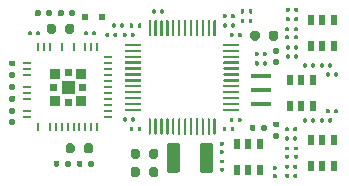
<source format=gbr>
%TF.GenerationSoftware,KiCad,Pcbnew,(5.1.6)-1*%
%TF.CreationDate,2020-12-28T23:38:13-08:00*%
%TF.ProjectId,SinESC-Multi,53696e45-5343-42d4-9d75-6c74692e6b69,2.3C*%
%TF.SameCoordinates,Original*%
%TF.FileFunction,Paste,Top*%
%TF.FilePolarity,Positive*%
%FSLAX46Y46*%
G04 Gerber Fmt 4.6, Leading zero omitted, Abs format (unit mm)*
G04 Created by KiCad (PCBNEW (5.1.6)-1) date 2020-12-28 23:38:13*
%MOMM*%
%LPD*%
G01*
G04 APERTURE LIST*
%ADD10C,0.100000*%
%ADD11R,0.498000X0.598000*%
%ADD12R,0.548000X0.958000*%
%ADD13R,0.660000X0.152000*%
%ADD14R,0.152000X0.660000*%
%ADD15R,1.798000X0.298000*%
G04 APERTURE END LIST*
D10*
%TO.C,U4*%
G36*
X20750000Y-22750000D02*
G01*
X20750000Y-23500000D01*
X20000000Y-23500000D01*
X20000000Y-22750000D01*
X20750000Y-22750000D01*
G37*
X20750000Y-22750000D02*
X20750000Y-23500000D01*
X20000000Y-23500000D01*
X20000000Y-22750000D01*
X20750000Y-22750000D01*
G36*
X20750000Y-20500000D02*
G01*
X20750000Y-21250000D01*
X20000000Y-21250000D01*
X20000000Y-20500000D01*
X20750000Y-20500000D01*
G37*
X20750000Y-20500000D02*
X20750000Y-21250000D01*
X20000000Y-21250000D01*
X20000000Y-20500000D01*
X20750000Y-20500000D01*
G36*
X23000000Y-22750000D02*
G01*
X23000000Y-23500000D01*
X22250000Y-23500000D01*
X22250000Y-22750000D01*
X23000000Y-22750000D01*
G37*
X23000000Y-22750000D02*
X23000000Y-23500000D01*
X22250000Y-23500000D01*
X22250000Y-22750000D01*
X23000000Y-22750000D01*
G36*
X23000000Y-20500000D02*
G01*
X23000000Y-21250000D01*
X22250000Y-21250000D01*
X22250000Y-20500000D01*
X23000000Y-20500000D01*
G37*
X23000000Y-20500000D02*
X23000000Y-21250000D01*
X22250000Y-21250000D01*
X22250000Y-20500000D01*
X23000000Y-20500000D01*
G36*
X22000000Y-21500000D02*
G01*
X22000000Y-22500000D01*
X21000000Y-22500000D01*
X21000000Y-21500000D01*
X22000000Y-21500000D01*
G37*
X22000000Y-21500000D02*
X22000000Y-22500000D01*
X21000000Y-22500000D01*
X21000000Y-21500000D01*
X22000000Y-21500000D01*
G36*
X21750000Y-23000000D02*
G01*
X21750000Y-23500000D01*
X21250000Y-23500000D01*
X21250000Y-23000000D01*
X21750000Y-23000000D01*
G37*
X21750000Y-23000000D02*
X21750000Y-23500000D01*
X21250000Y-23500000D01*
X21250000Y-23000000D01*
X21750000Y-23000000D01*
G36*
X21750000Y-20500000D02*
G01*
X21750000Y-21000000D01*
X21250000Y-21000000D01*
X21250000Y-20500000D01*
X21750000Y-20500000D01*
G37*
X21750000Y-20500000D02*
X21750000Y-21000000D01*
X21250000Y-21000000D01*
X21250000Y-20500000D01*
X21750000Y-20500000D01*
G36*
X20500000Y-21750000D02*
G01*
X20500000Y-22250000D01*
X20000000Y-22250000D01*
X20000000Y-21750000D01*
X20500000Y-21750000D01*
G37*
X20500000Y-21750000D02*
X20500000Y-22250000D01*
X20000000Y-22250000D01*
X20000000Y-21750000D01*
X20500000Y-21750000D01*
G36*
X23000000Y-21750000D02*
G01*
X23000000Y-22250000D01*
X22500000Y-22250000D01*
X22500000Y-21750000D01*
X23000000Y-21750000D01*
G37*
X23000000Y-21750000D02*
X23000000Y-22250000D01*
X22500000Y-22250000D01*
X22500000Y-21750000D01*
X23000000Y-21750000D01*
%TD*%
%TO.C,R24*%
G36*
G01*
X39150500Y-29014000D02*
X38949500Y-29014000D01*
G75*
G02*
X38870000Y-28934500I0J79500D01*
G01*
X38870000Y-28775500D01*
G75*
G02*
X38949500Y-28696000I79500J0D01*
G01*
X39150500Y-28696000D01*
G75*
G02*
X39230000Y-28775500I0J-79500D01*
G01*
X39230000Y-28934500D01*
G75*
G02*
X39150500Y-29014000I-79500J0D01*
G01*
G37*
G36*
G01*
X39150500Y-29704000D02*
X38949500Y-29704000D01*
G75*
G02*
X38870000Y-29624500I0J79500D01*
G01*
X38870000Y-29465500D01*
G75*
G02*
X38949500Y-29386000I79500J0D01*
G01*
X39150500Y-29386000D01*
G75*
G02*
X39230000Y-29465500I0J-79500D01*
G01*
X39230000Y-29624500D01*
G75*
G02*
X39150500Y-29704000I-79500J0D01*
G01*
G37*
%TD*%
%TO.C,L1*%
G36*
G01*
X31024000Y-26955600D02*
X31024000Y-29044400D01*
G75*
G02*
X30794400Y-29274000I-229600J0D01*
G01*
X30105600Y-29274000D01*
G75*
G02*
X29876000Y-29044400I0J229600D01*
G01*
X29876000Y-26955600D01*
G75*
G02*
X30105600Y-26726000I229600J0D01*
G01*
X30794400Y-26726000D01*
G75*
G02*
X31024000Y-26955600I0J-229600D01*
G01*
G37*
G36*
G01*
X33824000Y-26955600D02*
X33824000Y-29044400D01*
G75*
G02*
X33594400Y-29274000I-229600J0D01*
G01*
X32905600Y-29274000D01*
G75*
G02*
X32676000Y-29044400I0J229600D01*
G01*
X32676000Y-26955600D01*
G75*
G02*
X32905600Y-26726000I229600J0D01*
G01*
X33594400Y-26726000D01*
G75*
G02*
X33824000Y-26955600I0J-229600D01*
G01*
G37*
%TD*%
%TO.C,U1*%
G36*
G01*
X34049000Y-24713000D02*
X34049000Y-25987000D01*
G75*
G02*
X33999500Y-26036500I-49500J0D01*
G01*
X33900500Y-26036500D01*
G75*
G02*
X33851000Y-25987000I0J49500D01*
G01*
X33851000Y-24713000D01*
G75*
G02*
X33900500Y-24663500I49500J0D01*
G01*
X33999500Y-24663500D01*
G75*
G02*
X34049000Y-24713000I0J-49500D01*
G01*
G37*
G36*
G01*
X33549000Y-24713000D02*
X33549000Y-25987000D01*
G75*
G02*
X33499500Y-26036500I-49500J0D01*
G01*
X33400500Y-26036500D01*
G75*
G02*
X33351000Y-25987000I0J49500D01*
G01*
X33351000Y-24713000D01*
G75*
G02*
X33400500Y-24663500I49500J0D01*
G01*
X33499500Y-24663500D01*
G75*
G02*
X33549000Y-24713000I0J-49500D01*
G01*
G37*
G36*
G01*
X33049000Y-24713000D02*
X33049000Y-25987000D01*
G75*
G02*
X32999500Y-26036500I-49500J0D01*
G01*
X32900500Y-26036500D01*
G75*
G02*
X32851000Y-25987000I0J49500D01*
G01*
X32851000Y-24713000D01*
G75*
G02*
X32900500Y-24663500I49500J0D01*
G01*
X32999500Y-24663500D01*
G75*
G02*
X33049000Y-24713000I0J-49500D01*
G01*
G37*
G36*
G01*
X32549000Y-24713000D02*
X32549000Y-25987000D01*
G75*
G02*
X32499500Y-26036500I-49500J0D01*
G01*
X32400500Y-26036500D01*
G75*
G02*
X32351000Y-25987000I0J49500D01*
G01*
X32351000Y-24713000D01*
G75*
G02*
X32400500Y-24663500I49500J0D01*
G01*
X32499500Y-24663500D01*
G75*
G02*
X32549000Y-24713000I0J-49500D01*
G01*
G37*
G36*
G01*
X32049000Y-24713000D02*
X32049000Y-25987000D01*
G75*
G02*
X31999500Y-26036500I-49500J0D01*
G01*
X31900500Y-26036500D01*
G75*
G02*
X31851000Y-25987000I0J49500D01*
G01*
X31851000Y-24713000D01*
G75*
G02*
X31900500Y-24663500I49500J0D01*
G01*
X31999500Y-24663500D01*
G75*
G02*
X32049000Y-24713000I0J-49500D01*
G01*
G37*
G36*
G01*
X31549000Y-24713000D02*
X31549000Y-25987000D01*
G75*
G02*
X31499500Y-26036500I-49500J0D01*
G01*
X31400500Y-26036500D01*
G75*
G02*
X31351000Y-25987000I0J49500D01*
G01*
X31351000Y-24713000D01*
G75*
G02*
X31400500Y-24663500I49500J0D01*
G01*
X31499500Y-24663500D01*
G75*
G02*
X31549000Y-24713000I0J-49500D01*
G01*
G37*
G36*
G01*
X31049000Y-24713000D02*
X31049000Y-25987000D01*
G75*
G02*
X30999500Y-26036500I-49500J0D01*
G01*
X30900500Y-26036500D01*
G75*
G02*
X30851000Y-25987000I0J49500D01*
G01*
X30851000Y-24713000D01*
G75*
G02*
X30900500Y-24663500I49500J0D01*
G01*
X30999500Y-24663500D01*
G75*
G02*
X31049000Y-24713000I0J-49500D01*
G01*
G37*
G36*
G01*
X30549000Y-24713000D02*
X30549000Y-25987000D01*
G75*
G02*
X30499500Y-26036500I-49500J0D01*
G01*
X30400500Y-26036500D01*
G75*
G02*
X30351000Y-25987000I0J49500D01*
G01*
X30351000Y-24713000D01*
G75*
G02*
X30400500Y-24663500I49500J0D01*
G01*
X30499500Y-24663500D01*
G75*
G02*
X30549000Y-24713000I0J-49500D01*
G01*
G37*
G36*
G01*
X30049000Y-24713000D02*
X30049000Y-25987000D01*
G75*
G02*
X29999500Y-26036500I-49500J0D01*
G01*
X29900500Y-26036500D01*
G75*
G02*
X29851000Y-25987000I0J49500D01*
G01*
X29851000Y-24713000D01*
G75*
G02*
X29900500Y-24663500I49500J0D01*
G01*
X29999500Y-24663500D01*
G75*
G02*
X30049000Y-24713000I0J-49500D01*
G01*
G37*
G36*
G01*
X29549000Y-24713000D02*
X29549000Y-25987000D01*
G75*
G02*
X29499500Y-26036500I-49500J0D01*
G01*
X29400500Y-26036500D01*
G75*
G02*
X29351000Y-25987000I0J49500D01*
G01*
X29351000Y-24713000D01*
G75*
G02*
X29400500Y-24663500I49500J0D01*
G01*
X29499500Y-24663500D01*
G75*
G02*
X29549000Y-24713000I0J-49500D01*
G01*
G37*
G36*
G01*
X29049000Y-24713000D02*
X29049000Y-25987000D01*
G75*
G02*
X28999500Y-26036500I-49500J0D01*
G01*
X28900500Y-26036500D01*
G75*
G02*
X28851000Y-25987000I0J49500D01*
G01*
X28851000Y-24713000D01*
G75*
G02*
X28900500Y-24663500I49500J0D01*
G01*
X28999500Y-24663500D01*
G75*
G02*
X29049000Y-24713000I0J-49500D01*
G01*
G37*
G36*
G01*
X28549000Y-24713000D02*
X28549000Y-25987000D01*
G75*
G02*
X28499500Y-26036500I-49500J0D01*
G01*
X28400500Y-26036500D01*
G75*
G02*
X28351000Y-25987000I0J49500D01*
G01*
X28351000Y-24713000D01*
G75*
G02*
X28400500Y-24663500I49500J0D01*
G01*
X28499500Y-24663500D01*
G75*
G02*
X28549000Y-24713000I0J-49500D01*
G01*
G37*
G36*
G01*
X27724000Y-23888000D02*
X27724000Y-23987000D01*
G75*
G02*
X27674500Y-24036500I-49500J0D01*
G01*
X26400500Y-24036500D01*
G75*
G02*
X26351000Y-23987000I0J49500D01*
G01*
X26351000Y-23888000D01*
G75*
G02*
X26400500Y-23838500I49500J0D01*
G01*
X27674500Y-23838500D01*
G75*
G02*
X27724000Y-23888000I0J-49500D01*
G01*
G37*
G36*
G01*
X27724000Y-23388000D02*
X27724000Y-23487000D01*
G75*
G02*
X27674500Y-23536500I-49500J0D01*
G01*
X26400500Y-23536500D01*
G75*
G02*
X26351000Y-23487000I0J49500D01*
G01*
X26351000Y-23388000D01*
G75*
G02*
X26400500Y-23338500I49500J0D01*
G01*
X27674500Y-23338500D01*
G75*
G02*
X27724000Y-23388000I0J-49500D01*
G01*
G37*
G36*
G01*
X27724000Y-22888000D02*
X27724000Y-22987000D01*
G75*
G02*
X27674500Y-23036500I-49500J0D01*
G01*
X26400500Y-23036500D01*
G75*
G02*
X26351000Y-22987000I0J49500D01*
G01*
X26351000Y-22888000D01*
G75*
G02*
X26400500Y-22838500I49500J0D01*
G01*
X27674500Y-22838500D01*
G75*
G02*
X27724000Y-22888000I0J-49500D01*
G01*
G37*
G36*
G01*
X27724000Y-22388000D02*
X27724000Y-22487000D01*
G75*
G02*
X27674500Y-22536500I-49500J0D01*
G01*
X26400500Y-22536500D01*
G75*
G02*
X26351000Y-22487000I0J49500D01*
G01*
X26351000Y-22388000D01*
G75*
G02*
X26400500Y-22338500I49500J0D01*
G01*
X27674500Y-22338500D01*
G75*
G02*
X27724000Y-22388000I0J-49500D01*
G01*
G37*
G36*
G01*
X27724000Y-21888000D02*
X27724000Y-21987000D01*
G75*
G02*
X27674500Y-22036500I-49500J0D01*
G01*
X26400500Y-22036500D01*
G75*
G02*
X26351000Y-21987000I0J49500D01*
G01*
X26351000Y-21888000D01*
G75*
G02*
X26400500Y-21838500I49500J0D01*
G01*
X27674500Y-21838500D01*
G75*
G02*
X27724000Y-21888000I0J-49500D01*
G01*
G37*
G36*
G01*
X27724000Y-21388000D02*
X27724000Y-21487000D01*
G75*
G02*
X27674500Y-21536500I-49500J0D01*
G01*
X26400500Y-21536500D01*
G75*
G02*
X26351000Y-21487000I0J49500D01*
G01*
X26351000Y-21388000D01*
G75*
G02*
X26400500Y-21338500I49500J0D01*
G01*
X27674500Y-21338500D01*
G75*
G02*
X27724000Y-21388000I0J-49500D01*
G01*
G37*
G36*
G01*
X27724000Y-20888000D02*
X27724000Y-20987000D01*
G75*
G02*
X27674500Y-21036500I-49500J0D01*
G01*
X26400500Y-21036500D01*
G75*
G02*
X26351000Y-20987000I0J49500D01*
G01*
X26351000Y-20888000D01*
G75*
G02*
X26400500Y-20838500I49500J0D01*
G01*
X27674500Y-20838500D01*
G75*
G02*
X27724000Y-20888000I0J-49500D01*
G01*
G37*
G36*
G01*
X27724000Y-20388000D02*
X27724000Y-20487000D01*
G75*
G02*
X27674500Y-20536500I-49500J0D01*
G01*
X26400500Y-20536500D01*
G75*
G02*
X26351000Y-20487000I0J49500D01*
G01*
X26351000Y-20388000D01*
G75*
G02*
X26400500Y-20338500I49500J0D01*
G01*
X27674500Y-20338500D01*
G75*
G02*
X27724000Y-20388000I0J-49500D01*
G01*
G37*
G36*
G01*
X27724000Y-19888000D02*
X27724000Y-19987000D01*
G75*
G02*
X27674500Y-20036500I-49500J0D01*
G01*
X26400500Y-20036500D01*
G75*
G02*
X26351000Y-19987000I0J49500D01*
G01*
X26351000Y-19888000D01*
G75*
G02*
X26400500Y-19838500I49500J0D01*
G01*
X27674500Y-19838500D01*
G75*
G02*
X27724000Y-19888000I0J-49500D01*
G01*
G37*
G36*
G01*
X27724000Y-19388000D02*
X27724000Y-19487000D01*
G75*
G02*
X27674500Y-19536500I-49500J0D01*
G01*
X26400500Y-19536500D01*
G75*
G02*
X26351000Y-19487000I0J49500D01*
G01*
X26351000Y-19388000D01*
G75*
G02*
X26400500Y-19338500I49500J0D01*
G01*
X27674500Y-19338500D01*
G75*
G02*
X27724000Y-19388000I0J-49500D01*
G01*
G37*
G36*
G01*
X27724000Y-18888000D02*
X27724000Y-18987000D01*
G75*
G02*
X27674500Y-19036500I-49500J0D01*
G01*
X26400500Y-19036500D01*
G75*
G02*
X26351000Y-18987000I0J49500D01*
G01*
X26351000Y-18888000D01*
G75*
G02*
X26400500Y-18838500I49500J0D01*
G01*
X27674500Y-18838500D01*
G75*
G02*
X27724000Y-18888000I0J-49500D01*
G01*
G37*
G36*
G01*
X27724000Y-18388000D02*
X27724000Y-18487000D01*
G75*
G02*
X27674500Y-18536500I-49500J0D01*
G01*
X26400500Y-18536500D01*
G75*
G02*
X26351000Y-18487000I0J49500D01*
G01*
X26351000Y-18388000D01*
G75*
G02*
X26400500Y-18338500I49500J0D01*
G01*
X27674500Y-18338500D01*
G75*
G02*
X27724000Y-18388000I0J-49500D01*
G01*
G37*
G36*
G01*
X28549000Y-16388000D02*
X28549000Y-17662000D01*
G75*
G02*
X28499500Y-17711500I-49500J0D01*
G01*
X28400500Y-17711500D01*
G75*
G02*
X28351000Y-17662000I0J49500D01*
G01*
X28351000Y-16388000D01*
G75*
G02*
X28400500Y-16338500I49500J0D01*
G01*
X28499500Y-16338500D01*
G75*
G02*
X28549000Y-16388000I0J-49500D01*
G01*
G37*
G36*
G01*
X29049000Y-16388000D02*
X29049000Y-17662000D01*
G75*
G02*
X28999500Y-17711500I-49500J0D01*
G01*
X28900500Y-17711500D01*
G75*
G02*
X28851000Y-17662000I0J49500D01*
G01*
X28851000Y-16388000D01*
G75*
G02*
X28900500Y-16338500I49500J0D01*
G01*
X28999500Y-16338500D01*
G75*
G02*
X29049000Y-16388000I0J-49500D01*
G01*
G37*
G36*
G01*
X29549000Y-16388000D02*
X29549000Y-17662000D01*
G75*
G02*
X29499500Y-17711500I-49500J0D01*
G01*
X29400500Y-17711500D01*
G75*
G02*
X29351000Y-17662000I0J49500D01*
G01*
X29351000Y-16388000D01*
G75*
G02*
X29400500Y-16338500I49500J0D01*
G01*
X29499500Y-16338500D01*
G75*
G02*
X29549000Y-16388000I0J-49500D01*
G01*
G37*
G36*
G01*
X30049000Y-16388000D02*
X30049000Y-17662000D01*
G75*
G02*
X29999500Y-17711500I-49500J0D01*
G01*
X29900500Y-17711500D01*
G75*
G02*
X29851000Y-17662000I0J49500D01*
G01*
X29851000Y-16388000D01*
G75*
G02*
X29900500Y-16338500I49500J0D01*
G01*
X29999500Y-16338500D01*
G75*
G02*
X30049000Y-16388000I0J-49500D01*
G01*
G37*
G36*
G01*
X30549000Y-16388000D02*
X30549000Y-17662000D01*
G75*
G02*
X30499500Y-17711500I-49500J0D01*
G01*
X30400500Y-17711500D01*
G75*
G02*
X30351000Y-17662000I0J49500D01*
G01*
X30351000Y-16388000D01*
G75*
G02*
X30400500Y-16338500I49500J0D01*
G01*
X30499500Y-16338500D01*
G75*
G02*
X30549000Y-16388000I0J-49500D01*
G01*
G37*
G36*
G01*
X31049000Y-16388000D02*
X31049000Y-17662000D01*
G75*
G02*
X30999500Y-17711500I-49500J0D01*
G01*
X30900500Y-17711500D01*
G75*
G02*
X30851000Y-17662000I0J49500D01*
G01*
X30851000Y-16388000D01*
G75*
G02*
X30900500Y-16338500I49500J0D01*
G01*
X30999500Y-16338500D01*
G75*
G02*
X31049000Y-16388000I0J-49500D01*
G01*
G37*
G36*
G01*
X31549000Y-16388000D02*
X31549000Y-17662000D01*
G75*
G02*
X31499500Y-17711500I-49500J0D01*
G01*
X31400500Y-17711500D01*
G75*
G02*
X31351000Y-17662000I0J49500D01*
G01*
X31351000Y-16388000D01*
G75*
G02*
X31400500Y-16338500I49500J0D01*
G01*
X31499500Y-16338500D01*
G75*
G02*
X31549000Y-16388000I0J-49500D01*
G01*
G37*
G36*
G01*
X32049000Y-16388000D02*
X32049000Y-17662000D01*
G75*
G02*
X31999500Y-17711500I-49500J0D01*
G01*
X31900500Y-17711500D01*
G75*
G02*
X31851000Y-17662000I0J49500D01*
G01*
X31851000Y-16388000D01*
G75*
G02*
X31900500Y-16338500I49500J0D01*
G01*
X31999500Y-16338500D01*
G75*
G02*
X32049000Y-16388000I0J-49500D01*
G01*
G37*
G36*
G01*
X32549000Y-16388000D02*
X32549000Y-17662000D01*
G75*
G02*
X32499500Y-17711500I-49500J0D01*
G01*
X32400500Y-17711500D01*
G75*
G02*
X32351000Y-17662000I0J49500D01*
G01*
X32351000Y-16388000D01*
G75*
G02*
X32400500Y-16338500I49500J0D01*
G01*
X32499500Y-16338500D01*
G75*
G02*
X32549000Y-16388000I0J-49500D01*
G01*
G37*
G36*
G01*
X33049000Y-16388000D02*
X33049000Y-17662000D01*
G75*
G02*
X32999500Y-17711500I-49500J0D01*
G01*
X32900500Y-17711500D01*
G75*
G02*
X32851000Y-17662000I0J49500D01*
G01*
X32851000Y-16388000D01*
G75*
G02*
X32900500Y-16338500I49500J0D01*
G01*
X32999500Y-16338500D01*
G75*
G02*
X33049000Y-16388000I0J-49500D01*
G01*
G37*
G36*
G01*
X33549000Y-16388000D02*
X33549000Y-17662000D01*
G75*
G02*
X33499500Y-17711500I-49500J0D01*
G01*
X33400500Y-17711500D01*
G75*
G02*
X33351000Y-17662000I0J49500D01*
G01*
X33351000Y-16388000D01*
G75*
G02*
X33400500Y-16338500I49500J0D01*
G01*
X33499500Y-16338500D01*
G75*
G02*
X33549000Y-16388000I0J-49500D01*
G01*
G37*
G36*
G01*
X34049000Y-16388000D02*
X34049000Y-17662000D01*
G75*
G02*
X33999500Y-17711500I-49500J0D01*
G01*
X33900500Y-17711500D01*
G75*
G02*
X33851000Y-17662000I0J49500D01*
G01*
X33851000Y-16388000D01*
G75*
G02*
X33900500Y-16338500I49500J0D01*
G01*
X33999500Y-16338500D01*
G75*
G02*
X34049000Y-16388000I0J-49500D01*
G01*
G37*
G36*
G01*
X36049000Y-18388000D02*
X36049000Y-18487000D01*
G75*
G02*
X35999500Y-18536500I-49500J0D01*
G01*
X34725500Y-18536500D01*
G75*
G02*
X34676000Y-18487000I0J49500D01*
G01*
X34676000Y-18388000D01*
G75*
G02*
X34725500Y-18338500I49500J0D01*
G01*
X35999500Y-18338500D01*
G75*
G02*
X36049000Y-18388000I0J-49500D01*
G01*
G37*
G36*
G01*
X36049000Y-18888000D02*
X36049000Y-18987000D01*
G75*
G02*
X35999500Y-19036500I-49500J0D01*
G01*
X34725500Y-19036500D01*
G75*
G02*
X34676000Y-18987000I0J49500D01*
G01*
X34676000Y-18888000D01*
G75*
G02*
X34725500Y-18838500I49500J0D01*
G01*
X35999500Y-18838500D01*
G75*
G02*
X36049000Y-18888000I0J-49500D01*
G01*
G37*
G36*
G01*
X36049000Y-19388000D02*
X36049000Y-19487000D01*
G75*
G02*
X35999500Y-19536500I-49500J0D01*
G01*
X34725500Y-19536500D01*
G75*
G02*
X34676000Y-19487000I0J49500D01*
G01*
X34676000Y-19388000D01*
G75*
G02*
X34725500Y-19338500I49500J0D01*
G01*
X35999500Y-19338500D01*
G75*
G02*
X36049000Y-19388000I0J-49500D01*
G01*
G37*
G36*
G01*
X36049000Y-19888000D02*
X36049000Y-19987000D01*
G75*
G02*
X35999500Y-20036500I-49500J0D01*
G01*
X34725500Y-20036500D01*
G75*
G02*
X34676000Y-19987000I0J49500D01*
G01*
X34676000Y-19888000D01*
G75*
G02*
X34725500Y-19838500I49500J0D01*
G01*
X35999500Y-19838500D01*
G75*
G02*
X36049000Y-19888000I0J-49500D01*
G01*
G37*
G36*
G01*
X36049000Y-20388000D02*
X36049000Y-20487000D01*
G75*
G02*
X35999500Y-20536500I-49500J0D01*
G01*
X34725500Y-20536500D01*
G75*
G02*
X34676000Y-20487000I0J49500D01*
G01*
X34676000Y-20388000D01*
G75*
G02*
X34725500Y-20338500I49500J0D01*
G01*
X35999500Y-20338500D01*
G75*
G02*
X36049000Y-20388000I0J-49500D01*
G01*
G37*
G36*
G01*
X36049000Y-20888000D02*
X36049000Y-20987000D01*
G75*
G02*
X35999500Y-21036500I-49500J0D01*
G01*
X34725500Y-21036500D01*
G75*
G02*
X34676000Y-20987000I0J49500D01*
G01*
X34676000Y-20888000D01*
G75*
G02*
X34725500Y-20838500I49500J0D01*
G01*
X35999500Y-20838500D01*
G75*
G02*
X36049000Y-20888000I0J-49500D01*
G01*
G37*
G36*
G01*
X36049000Y-21388000D02*
X36049000Y-21487000D01*
G75*
G02*
X35999500Y-21536500I-49500J0D01*
G01*
X34725500Y-21536500D01*
G75*
G02*
X34676000Y-21487000I0J49500D01*
G01*
X34676000Y-21388000D01*
G75*
G02*
X34725500Y-21338500I49500J0D01*
G01*
X35999500Y-21338500D01*
G75*
G02*
X36049000Y-21388000I0J-49500D01*
G01*
G37*
G36*
G01*
X36049000Y-21888000D02*
X36049000Y-21987000D01*
G75*
G02*
X35999500Y-22036500I-49500J0D01*
G01*
X34725500Y-22036500D01*
G75*
G02*
X34676000Y-21987000I0J49500D01*
G01*
X34676000Y-21888000D01*
G75*
G02*
X34725500Y-21838500I49500J0D01*
G01*
X35999500Y-21838500D01*
G75*
G02*
X36049000Y-21888000I0J-49500D01*
G01*
G37*
G36*
G01*
X36049000Y-22388000D02*
X36049000Y-22487000D01*
G75*
G02*
X35999500Y-22536500I-49500J0D01*
G01*
X34725500Y-22536500D01*
G75*
G02*
X34676000Y-22487000I0J49500D01*
G01*
X34676000Y-22388000D01*
G75*
G02*
X34725500Y-22338500I49500J0D01*
G01*
X35999500Y-22338500D01*
G75*
G02*
X36049000Y-22388000I0J-49500D01*
G01*
G37*
G36*
G01*
X36049000Y-22888000D02*
X36049000Y-22987000D01*
G75*
G02*
X35999500Y-23036500I-49500J0D01*
G01*
X34725500Y-23036500D01*
G75*
G02*
X34676000Y-22987000I0J49500D01*
G01*
X34676000Y-22888000D01*
G75*
G02*
X34725500Y-22838500I49500J0D01*
G01*
X35999500Y-22838500D01*
G75*
G02*
X36049000Y-22888000I0J-49500D01*
G01*
G37*
G36*
G01*
X36049000Y-23388000D02*
X36049000Y-23487000D01*
G75*
G02*
X35999500Y-23536500I-49500J0D01*
G01*
X34725500Y-23536500D01*
G75*
G02*
X34676000Y-23487000I0J49500D01*
G01*
X34676000Y-23388000D01*
G75*
G02*
X34725500Y-23338500I49500J0D01*
G01*
X35999500Y-23338500D01*
G75*
G02*
X36049000Y-23388000I0J-49500D01*
G01*
G37*
G36*
G01*
X36049000Y-23888000D02*
X36049000Y-23987000D01*
G75*
G02*
X35999500Y-24036500I-49500J0D01*
G01*
X34725500Y-24036500D01*
G75*
G02*
X34676000Y-23987000I0J49500D01*
G01*
X34676000Y-23888000D01*
G75*
G02*
X34725500Y-23838500I49500J0D01*
G01*
X35999500Y-23838500D01*
G75*
G02*
X36049000Y-23888000I0J-49500D01*
G01*
G37*
%TD*%
%TO.C,R10*%
G36*
G01*
X41744000Y-24724500D02*
X41744000Y-24925500D01*
G75*
G02*
X41664500Y-25005000I-79500J0D01*
G01*
X41505500Y-25005000D01*
G75*
G02*
X41426000Y-24925500I0J79500D01*
G01*
X41426000Y-24724500D01*
G75*
G02*
X41505500Y-24645000I79500J0D01*
G01*
X41664500Y-24645000D01*
G75*
G02*
X41744000Y-24724500I0J-79500D01*
G01*
G37*
G36*
G01*
X42434000Y-24724500D02*
X42434000Y-24925500D01*
G75*
G02*
X42354500Y-25005000I-79500J0D01*
G01*
X42195500Y-25005000D01*
G75*
G02*
X42116000Y-24925500I0J79500D01*
G01*
X42116000Y-24724500D01*
G75*
G02*
X42195500Y-24645000I79500J0D01*
G01*
X42354500Y-24645000D01*
G75*
G02*
X42434000Y-24724500I0J-79500D01*
G01*
G37*
%TD*%
%TO.C,C6*%
G36*
G01*
X35564000Y-17499500D02*
X35564000Y-17700500D01*
G75*
G02*
X35484500Y-17780000I-79500J0D01*
G01*
X35325500Y-17780000D01*
G75*
G02*
X35246000Y-17700500I0J79500D01*
G01*
X35246000Y-17499500D01*
G75*
G02*
X35325500Y-17420000I79500J0D01*
G01*
X35484500Y-17420000D01*
G75*
G02*
X35564000Y-17499500I0J-79500D01*
G01*
G37*
G36*
G01*
X36254000Y-17499500D02*
X36254000Y-17700500D01*
G75*
G02*
X36174500Y-17780000I-79500J0D01*
G01*
X36015500Y-17780000D01*
G75*
G02*
X35936000Y-17700500I0J79500D01*
G01*
X35936000Y-17499500D01*
G75*
G02*
X36015500Y-17420000I79500J0D01*
G01*
X36174500Y-17420000D01*
G75*
G02*
X36254000Y-17499500I0J-79500D01*
G01*
G37*
%TD*%
%TO.C,C21*%
G36*
G01*
X20499000Y-16819250D02*
X20499000Y-17280750D01*
G75*
G02*
X20305750Y-17474000I-193250J0D01*
G01*
X19919250Y-17474000D01*
G75*
G02*
X19726000Y-17280750I0J193250D01*
G01*
X19726000Y-16819250D01*
G75*
G02*
X19919250Y-16626000I193250J0D01*
G01*
X20305750Y-16626000D01*
G75*
G02*
X20499000Y-16819250I0J-193250D01*
G01*
G37*
G36*
G01*
X22074000Y-16819250D02*
X22074000Y-17280750D01*
G75*
G02*
X21880750Y-17474000I-193250J0D01*
G01*
X21494250Y-17474000D01*
G75*
G02*
X21301000Y-17280750I0J193250D01*
G01*
X21301000Y-16819250D01*
G75*
G02*
X21494250Y-16626000I193250J0D01*
G01*
X21880750Y-16626000D01*
G75*
G02*
X22074000Y-16819250I0J-193250D01*
G01*
G37*
%TD*%
%TO.C,C20*%
G36*
G01*
X18464000Y-17349500D02*
X18464000Y-17550500D01*
G75*
G02*
X18384500Y-17630000I-79500J0D01*
G01*
X18225500Y-17630000D01*
G75*
G02*
X18146000Y-17550500I0J79500D01*
G01*
X18146000Y-17349500D01*
G75*
G02*
X18225500Y-17270000I79500J0D01*
G01*
X18384500Y-17270000D01*
G75*
G02*
X18464000Y-17349500I0J-79500D01*
G01*
G37*
G36*
G01*
X19154000Y-17349500D02*
X19154000Y-17550500D01*
G75*
G02*
X19074500Y-17630000I-79500J0D01*
G01*
X18915500Y-17630000D01*
G75*
G02*
X18836000Y-17550500I0J79500D01*
G01*
X18836000Y-17349500D01*
G75*
G02*
X18915500Y-17270000I79500J0D01*
G01*
X19074500Y-17270000D01*
G75*
G02*
X19154000Y-17349500I0J-79500D01*
G01*
G37*
%TD*%
%TO.C,C22*%
G36*
G01*
X22901000Y-27430750D02*
X22901000Y-26969250D01*
G75*
G02*
X23094250Y-26776000I193250J0D01*
G01*
X23480750Y-26776000D01*
G75*
G02*
X23674000Y-26969250I0J-193250D01*
G01*
X23674000Y-27430750D01*
G75*
G02*
X23480750Y-27624000I-193250J0D01*
G01*
X23094250Y-27624000D01*
G75*
G02*
X22901000Y-27430750I0J193250D01*
G01*
G37*
G36*
G01*
X21326000Y-27430750D02*
X21326000Y-26969250D01*
G75*
G02*
X21519250Y-26776000I193250J0D01*
G01*
X21905750Y-26776000D01*
G75*
G02*
X22099000Y-26969250I0J-193250D01*
G01*
X22099000Y-27430750D01*
G75*
G02*
X21905750Y-27624000I-193250J0D01*
G01*
X21519250Y-27624000D01*
G75*
G02*
X21326000Y-27430750I0J193250D01*
G01*
G37*
%TD*%
%TO.C,C19*%
G36*
G01*
X20809000Y-28353000D02*
X20809000Y-28647000D01*
G75*
G02*
X20687000Y-28769000I-122000J0D01*
G01*
X20443000Y-28769000D01*
G75*
G02*
X20321000Y-28647000I0J122000D01*
G01*
X20321000Y-28353000D01*
G75*
G02*
X20443000Y-28231000I122000J0D01*
G01*
X20687000Y-28231000D01*
G75*
G02*
X20809000Y-28353000I0J-122000D01*
G01*
G37*
G36*
G01*
X21779000Y-28353000D02*
X21779000Y-28647000D01*
G75*
G02*
X21657000Y-28769000I-122000J0D01*
G01*
X21413000Y-28769000D01*
G75*
G02*
X21291000Y-28647000I0J122000D01*
G01*
X21291000Y-28353000D01*
G75*
G02*
X21413000Y-28231000I122000J0D01*
G01*
X21657000Y-28231000D01*
G75*
G02*
X21779000Y-28353000I0J-122000D01*
G01*
G37*
%TD*%
%TO.C,C17*%
G36*
G01*
X23214000Y-17349500D02*
X23214000Y-17550500D01*
G75*
G02*
X23134500Y-17630000I-79500J0D01*
G01*
X22975500Y-17630000D01*
G75*
G02*
X22896000Y-17550500I0J79500D01*
G01*
X22896000Y-17349500D01*
G75*
G02*
X22975500Y-17270000I79500J0D01*
G01*
X23134500Y-17270000D01*
G75*
G02*
X23214000Y-17349500I0J-79500D01*
G01*
G37*
G36*
G01*
X23904000Y-17349500D02*
X23904000Y-17550500D01*
G75*
G02*
X23824500Y-17630000I-79500J0D01*
G01*
X23665500Y-17630000D01*
G75*
G02*
X23586000Y-17550500I0J79500D01*
G01*
X23586000Y-17349500D01*
G75*
G02*
X23665500Y-17270000I79500J0D01*
G01*
X23824500Y-17270000D01*
G75*
G02*
X23904000Y-17349500I0J-79500D01*
G01*
G37*
%TD*%
%TO.C,C1*%
G36*
G01*
X35916000Y-24900500D02*
X35916000Y-24699500D01*
G75*
G02*
X35995500Y-24620000I79500J0D01*
G01*
X36154500Y-24620000D01*
G75*
G02*
X36234000Y-24699500I0J-79500D01*
G01*
X36234000Y-24900500D01*
G75*
G02*
X36154500Y-24980000I-79500J0D01*
G01*
X35995500Y-24980000D01*
G75*
G02*
X35916000Y-24900500I0J79500D01*
G01*
G37*
G36*
G01*
X35226000Y-24900500D02*
X35226000Y-24699500D01*
G75*
G02*
X35305500Y-24620000I79500J0D01*
G01*
X35464500Y-24620000D01*
G75*
G02*
X35544000Y-24699500I0J-79500D01*
G01*
X35544000Y-24900500D01*
G75*
G02*
X35464500Y-24980000I-79500J0D01*
G01*
X35305500Y-24980000D01*
G75*
G02*
X35226000Y-24900500I0J79500D01*
G01*
G37*
%TD*%
%TO.C,C2*%
G36*
G01*
X38036000Y-20100500D02*
X38036000Y-19899500D01*
G75*
G02*
X38115500Y-19820000I79500J0D01*
G01*
X38274500Y-19820000D01*
G75*
G02*
X38354000Y-19899500I0J-79500D01*
G01*
X38354000Y-20100500D01*
G75*
G02*
X38274500Y-20180000I-79500J0D01*
G01*
X38115500Y-20180000D01*
G75*
G02*
X38036000Y-20100500I0J79500D01*
G01*
G37*
G36*
G01*
X37346000Y-20100500D02*
X37346000Y-19899500D01*
G75*
G02*
X37425500Y-19820000I79500J0D01*
G01*
X37584500Y-19820000D01*
G75*
G02*
X37664000Y-19899500I0J-79500D01*
G01*
X37664000Y-20100500D01*
G75*
G02*
X37584500Y-20180000I-79500J0D01*
G01*
X37425500Y-20180000D01*
G75*
G02*
X37346000Y-20100500I0J79500D01*
G01*
G37*
%TD*%
%TO.C,C3*%
G36*
G01*
X35306000Y-25675500D02*
X35306000Y-25474500D01*
G75*
G02*
X35385500Y-25395000I79500J0D01*
G01*
X35544500Y-25395000D01*
G75*
G02*
X35624000Y-25474500I0J-79500D01*
G01*
X35624000Y-25675500D01*
G75*
G02*
X35544500Y-25755000I-79500J0D01*
G01*
X35385500Y-25755000D01*
G75*
G02*
X35306000Y-25675500I0J79500D01*
G01*
G37*
G36*
G01*
X34616000Y-25675500D02*
X34616000Y-25474500D01*
G75*
G02*
X34695500Y-25395000I79500J0D01*
G01*
X34854500Y-25395000D01*
G75*
G02*
X34934000Y-25474500I0J-79500D01*
G01*
X34934000Y-25675500D01*
G75*
G02*
X34854500Y-25755000I-79500J0D01*
G01*
X34695500Y-25755000D01*
G75*
G02*
X34616000Y-25675500I0J79500D01*
G01*
G37*
%TD*%
%TO.C,C4*%
G36*
G01*
X27064000Y-16699500D02*
X27064000Y-16900500D01*
G75*
G02*
X26984500Y-16980000I-79500J0D01*
G01*
X26825500Y-16980000D01*
G75*
G02*
X26746000Y-16900500I0J79500D01*
G01*
X26746000Y-16699500D01*
G75*
G02*
X26825500Y-16620000I79500J0D01*
G01*
X26984500Y-16620000D01*
G75*
G02*
X27064000Y-16699500I0J-79500D01*
G01*
G37*
G36*
G01*
X27754000Y-16699500D02*
X27754000Y-16900500D01*
G75*
G02*
X27674500Y-16980000I-79500J0D01*
G01*
X27515500Y-16980000D01*
G75*
G02*
X27436000Y-16900500I0J79500D01*
G01*
X27436000Y-16699500D01*
G75*
G02*
X27515500Y-16620000I79500J0D01*
G01*
X27674500Y-16620000D01*
G75*
G02*
X27754000Y-16699500I0J-79500D01*
G01*
G37*
%TD*%
%TO.C,C5*%
G36*
G01*
X26494000Y-17499500D02*
X26494000Y-17700500D01*
G75*
G02*
X26414500Y-17780000I-79500J0D01*
G01*
X26255500Y-17780000D01*
G75*
G02*
X26176000Y-17700500I0J79500D01*
G01*
X26176000Y-17499500D01*
G75*
G02*
X26255500Y-17420000I79500J0D01*
G01*
X26414500Y-17420000D01*
G75*
G02*
X26494000Y-17499500I0J-79500D01*
G01*
G37*
G36*
G01*
X27184000Y-17499500D02*
X27184000Y-17700500D01*
G75*
G02*
X27104500Y-17780000I-79500J0D01*
G01*
X26945500Y-17780000D01*
G75*
G02*
X26866000Y-17700500I0J79500D01*
G01*
X26866000Y-17499500D01*
G75*
G02*
X26945500Y-17420000I79500J0D01*
G01*
X27104500Y-17420000D01*
G75*
G02*
X27184000Y-17499500I0J-79500D01*
G01*
G37*
%TD*%
%TO.C,C7*%
G36*
G01*
X39974500Y-17636000D02*
X40175500Y-17636000D01*
G75*
G02*
X40255000Y-17715500I0J-79500D01*
G01*
X40255000Y-17874500D01*
G75*
G02*
X40175500Y-17954000I-79500J0D01*
G01*
X39974500Y-17954000D01*
G75*
G02*
X39895000Y-17874500I0J79500D01*
G01*
X39895000Y-17715500D01*
G75*
G02*
X39974500Y-17636000I79500J0D01*
G01*
G37*
G36*
G01*
X39974500Y-16946000D02*
X40175500Y-16946000D01*
G75*
G02*
X40255000Y-17025500I0J-79500D01*
G01*
X40255000Y-17184500D01*
G75*
G02*
X40175500Y-17264000I-79500J0D01*
G01*
X39974500Y-17264000D01*
G75*
G02*
X39895000Y-17184500I0J79500D01*
G01*
X39895000Y-17025500D01*
G75*
G02*
X39974500Y-16946000I79500J0D01*
G01*
G37*
%TD*%
%TO.C,C8*%
G36*
G01*
X26494000Y-24649500D02*
X26494000Y-24850500D01*
G75*
G02*
X26414500Y-24930000I-79500J0D01*
G01*
X26255500Y-24930000D01*
G75*
G02*
X26176000Y-24850500I0J79500D01*
G01*
X26176000Y-24649500D01*
G75*
G02*
X26255500Y-24570000I79500J0D01*
G01*
X26414500Y-24570000D01*
G75*
G02*
X26494000Y-24649500I0J-79500D01*
G01*
G37*
G36*
G01*
X27184000Y-24649500D02*
X27184000Y-24850500D01*
G75*
G02*
X27104500Y-24930000I-79500J0D01*
G01*
X26945500Y-24930000D01*
G75*
G02*
X26866000Y-24850500I0J79500D01*
G01*
X26866000Y-24649500D01*
G75*
G02*
X26945500Y-24570000I79500J0D01*
G01*
X27104500Y-24570000D01*
G75*
G02*
X27184000Y-24649500I0J-79500D01*
G01*
G37*
%TD*%
%TO.C,C9*%
G36*
G01*
X27064000Y-25449500D02*
X27064000Y-25650500D01*
G75*
G02*
X26984500Y-25730000I-79500J0D01*
G01*
X26825500Y-25730000D01*
G75*
G02*
X26746000Y-25650500I0J79500D01*
G01*
X26746000Y-25449500D01*
G75*
G02*
X26825500Y-25370000I79500J0D01*
G01*
X26984500Y-25370000D01*
G75*
G02*
X27064000Y-25449500I0J-79500D01*
G01*
G37*
G36*
G01*
X27754000Y-25449500D02*
X27754000Y-25650500D01*
G75*
G02*
X27674500Y-25730000I-79500J0D01*
G01*
X27515500Y-25730000D01*
G75*
G02*
X27436000Y-25650500I0J79500D01*
G01*
X27436000Y-25449500D01*
G75*
G02*
X27515500Y-25370000I79500J0D01*
G01*
X27674500Y-25370000D01*
G75*
G02*
X27754000Y-25449500I0J-79500D01*
G01*
G37*
%TD*%
%TO.C,C10*%
G36*
G01*
X38036000Y-19300500D02*
X38036000Y-19099500D01*
G75*
G02*
X38115500Y-19020000I79500J0D01*
G01*
X38274500Y-19020000D01*
G75*
G02*
X38354000Y-19099500I0J-79500D01*
G01*
X38354000Y-19300500D01*
G75*
G02*
X38274500Y-19380000I-79500J0D01*
G01*
X38115500Y-19380000D01*
G75*
G02*
X38036000Y-19300500I0J79500D01*
G01*
G37*
G36*
G01*
X37346000Y-19300500D02*
X37346000Y-19099500D01*
G75*
G02*
X37425500Y-19020000I79500J0D01*
G01*
X37584500Y-19020000D01*
G75*
G02*
X37664000Y-19099500I0J-79500D01*
G01*
X37664000Y-19300500D01*
G75*
G02*
X37584500Y-19380000I-79500J0D01*
G01*
X37425500Y-19380000D01*
G75*
G02*
X37346000Y-19300500I0J79500D01*
G01*
G37*
%TD*%
%TO.C,C11*%
G36*
G01*
X39003000Y-19656000D02*
X39297000Y-19656000D01*
G75*
G02*
X39419000Y-19778000I0J-122000D01*
G01*
X39419000Y-20022000D01*
G75*
G02*
X39297000Y-20144000I-122000J0D01*
G01*
X39003000Y-20144000D01*
G75*
G02*
X38881000Y-20022000I0J122000D01*
G01*
X38881000Y-19778000D01*
G75*
G02*
X39003000Y-19656000I122000J0D01*
G01*
G37*
G36*
G01*
X39003000Y-18686000D02*
X39297000Y-18686000D01*
G75*
G02*
X39419000Y-18808000I0J-122000D01*
G01*
X39419000Y-19052000D01*
G75*
G02*
X39297000Y-19174000I-122000J0D01*
G01*
X39003000Y-19174000D01*
G75*
G02*
X38881000Y-19052000I0J122000D01*
G01*
X38881000Y-18808000D01*
G75*
G02*
X39003000Y-18686000I122000J0D01*
G01*
G37*
%TD*%
%TO.C,C12*%
G36*
G01*
X34964000Y-15899500D02*
X34964000Y-16100500D01*
G75*
G02*
X34884500Y-16180000I-79500J0D01*
G01*
X34725500Y-16180000D01*
G75*
G02*
X34646000Y-16100500I0J79500D01*
G01*
X34646000Y-15899500D01*
G75*
G02*
X34725500Y-15820000I79500J0D01*
G01*
X34884500Y-15820000D01*
G75*
G02*
X34964000Y-15899500I0J-79500D01*
G01*
G37*
G36*
G01*
X35654000Y-15899500D02*
X35654000Y-16100500D01*
G75*
G02*
X35574500Y-16180000I-79500J0D01*
G01*
X35415500Y-16180000D01*
G75*
G02*
X35336000Y-16100500I0J79500D01*
G01*
X35336000Y-15899500D01*
G75*
G02*
X35415500Y-15820000I79500J0D01*
G01*
X35574500Y-15820000D01*
G75*
G02*
X35654000Y-15899500I0J-79500D01*
G01*
G37*
%TD*%
%TO.C,C13*%
G36*
G01*
X38551000Y-17880750D02*
X38551000Y-17419250D01*
G75*
G02*
X38744250Y-17226000I193250J0D01*
G01*
X39130750Y-17226000D01*
G75*
G02*
X39324000Y-17419250I0J-193250D01*
G01*
X39324000Y-17880750D01*
G75*
G02*
X39130750Y-18074000I-193250J0D01*
G01*
X38744250Y-18074000D01*
G75*
G02*
X38551000Y-17880750I0J193250D01*
G01*
G37*
G36*
G01*
X36976000Y-17880750D02*
X36976000Y-17419250D01*
G75*
G02*
X37169250Y-17226000I193250J0D01*
G01*
X37555750Y-17226000D01*
G75*
G02*
X37749000Y-17419250I0J-193250D01*
G01*
X37749000Y-17880750D01*
G75*
G02*
X37555750Y-18074000I-193250J0D01*
G01*
X37169250Y-18074000D01*
G75*
G02*
X36976000Y-17880750I0J193250D01*
G01*
G37*
%TD*%
%TO.C,C14*%
G36*
G01*
X44061000Y-24150500D02*
X44061000Y-23949500D01*
G75*
G02*
X44140500Y-23870000I79500J0D01*
G01*
X44299500Y-23870000D01*
G75*
G02*
X44379000Y-23949500I0J-79500D01*
G01*
X44379000Y-24150500D01*
G75*
G02*
X44299500Y-24230000I-79500J0D01*
G01*
X44140500Y-24230000D01*
G75*
G02*
X44061000Y-24150500I0J79500D01*
G01*
G37*
G36*
G01*
X43371000Y-24150500D02*
X43371000Y-23949500D01*
G75*
G02*
X43450500Y-23870000I79500J0D01*
G01*
X43609500Y-23870000D01*
G75*
G02*
X43689000Y-23949500I0J-79500D01*
G01*
X43689000Y-24150500D01*
G75*
G02*
X43609500Y-24230000I-79500J0D01*
G01*
X43450500Y-24230000D01*
G75*
G02*
X43371000Y-24150500I0J79500D01*
G01*
G37*
%TD*%
%TO.C,C15*%
G36*
G01*
X36464000Y-15499500D02*
X36464000Y-15700500D01*
G75*
G02*
X36384500Y-15780000I-79500J0D01*
G01*
X36225500Y-15780000D01*
G75*
G02*
X36146000Y-15700500I0J79500D01*
G01*
X36146000Y-15499500D01*
G75*
G02*
X36225500Y-15420000I79500J0D01*
G01*
X36384500Y-15420000D01*
G75*
G02*
X36464000Y-15499500I0J-79500D01*
G01*
G37*
G36*
G01*
X37154000Y-15499500D02*
X37154000Y-15700500D01*
G75*
G02*
X37074500Y-15780000I-79500J0D01*
G01*
X36915500Y-15780000D01*
G75*
G02*
X36836000Y-15700500I0J79500D01*
G01*
X36836000Y-15499500D01*
G75*
G02*
X36915500Y-15420000I79500J0D01*
G01*
X37074500Y-15420000D01*
G75*
G02*
X37154000Y-15499500I0J-79500D01*
G01*
G37*
%TD*%
%TO.C,C16*%
G36*
G01*
X40950500Y-27364000D02*
X40749500Y-27364000D01*
G75*
G02*
X40670000Y-27284500I0J79500D01*
G01*
X40670000Y-27125500D01*
G75*
G02*
X40749500Y-27046000I79500J0D01*
G01*
X40950500Y-27046000D01*
G75*
G02*
X41030000Y-27125500I0J-79500D01*
G01*
X41030000Y-27284500D01*
G75*
G02*
X40950500Y-27364000I-79500J0D01*
G01*
G37*
G36*
G01*
X40950500Y-28054000D02*
X40749500Y-28054000D01*
G75*
G02*
X40670000Y-27974500I0J79500D01*
G01*
X40670000Y-27815500D01*
G75*
G02*
X40749500Y-27736000I79500J0D01*
G01*
X40950500Y-27736000D01*
G75*
G02*
X41030000Y-27815500I0J-79500D01*
G01*
X41030000Y-27974500D01*
G75*
G02*
X40950500Y-28054000I-79500J0D01*
G01*
G37*
%TD*%
%TO.C,C18*%
G36*
G01*
X23241000Y-28647000D02*
X23241000Y-28353000D01*
G75*
G02*
X23363000Y-28231000I122000J0D01*
G01*
X23607000Y-28231000D01*
G75*
G02*
X23729000Y-28353000I0J-122000D01*
G01*
X23729000Y-28647000D01*
G75*
G02*
X23607000Y-28769000I-122000J0D01*
G01*
X23363000Y-28769000D01*
G75*
G02*
X23241000Y-28647000I0J122000D01*
G01*
G37*
G36*
G01*
X22271000Y-28647000D02*
X22271000Y-28353000D01*
G75*
G02*
X22393000Y-28231000I122000J0D01*
G01*
X22637000Y-28231000D01*
G75*
G02*
X22759000Y-28353000I0J-122000D01*
G01*
X22759000Y-28647000D01*
G75*
G02*
X22637000Y-28769000I-122000J0D01*
G01*
X22393000Y-28769000D01*
G75*
G02*
X22271000Y-28647000I0J122000D01*
G01*
G37*
%TD*%
%TO.C,C23*%
G36*
G01*
X16653000Y-24741000D02*
X16947000Y-24741000D01*
G75*
G02*
X17069000Y-24863000I0J-122000D01*
G01*
X17069000Y-25107000D01*
G75*
G02*
X16947000Y-25229000I-122000J0D01*
G01*
X16653000Y-25229000D01*
G75*
G02*
X16531000Y-25107000I0J122000D01*
G01*
X16531000Y-24863000D01*
G75*
G02*
X16653000Y-24741000I122000J0D01*
G01*
G37*
G36*
G01*
X16653000Y-23771000D02*
X16947000Y-23771000D01*
G75*
G02*
X17069000Y-23893000I0J-122000D01*
G01*
X17069000Y-24137000D01*
G75*
G02*
X16947000Y-24259000I-122000J0D01*
G01*
X16653000Y-24259000D01*
G75*
G02*
X16531000Y-24137000I0J122000D01*
G01*
X16531000Y-23893000D01*
G75*
G02*
X16653000Y-23771000I122000J0D01*
G01*
G37*
%TD*%
%TO.C,C24*%
G36*
G01*
X16653000Y-22741000D02*
X16947000Y-22741000D01*
G75*
G02*
X17069000Y-22863000I0J-122000D01*
G01*
X17069000Y-23107000D01*
G75*
G02*
X16947000Y-23229000I-122000J0D01*
G01*
X16653000Y-23229000D01*
G75*
G02*
X16531000Y-23107000I0J122000D01*
G01*
X16531000Y-22863000D01*
G75*
G02*
X16653000Y-22741000I122000J0D01*
G01*
G37*
G36*
G01*
X16653000Y-21771000D02*
X16947000Y-21771000D01*
G75*
G02*
X17069000Y-21893000I0J-122000D01*
G01*
X17069000Y-22137000D01*
G75*
G02*
X16947000Y-22259000I-122000J0D01*
G01*
X16653000Y-22259000D01*
G75*
G02*
X16531000Y-22137000I0J122000D01*
G01*
X16531000Y-21893000D01*
G75*
G02*
X16653000Y-21771000I122000J0D01*
G01*
G37*
%TD*%
%TO.C,C25*%
G36*
G01*
X16947000Y-20244000D02*
X16653000Y-20244000D01*
G75*
G02*
X16531000Y-20122000I0J122000D01*
G01*
X16531000Y-19878000D01*
G75*
G02*
X16653000Y-19756000I122000J0D01*
G01*
X16947000Y-19756000D01*
G75*
G02*
X17069000Y-19878000I0J-122000D01*
G01*
X17069000Y-20122000D01*
G75*
G02*
X16947000Y-20244000I-122000J0D01*
G01*
G37*
G36*
G01*
X16947000Y-21214000D02*
X16653000Y-21214000D01*
G75*
G02*
X16531000Y-21092000I0J122000D01*
G01*
X16531000Y-20848000D01*
G75*
G02*
X16653000Y-20726000I122000J0D01*
G01*
X16947000Y-20726000D01*
G75*
G02*
X17069000Y-20848000I0J-122000D01*
G01*
X17069000Y-21092000D01*
G75*
G02*
X16947000Y-21214000I-122000J0D01*
G01*
G37*
%TD*%
%TO.C,C26*%
G36*
G01*
X19209000Y-15603000D02*
X19209000Y-15897000D01*
G75*
G02*
X19087000Y-16019000I-122000J0D01*
G01*
X18843000Y-16019000D01*
G75*
G02*
X18721000Y-15897000I0J122000D01*
G01*
X18721000Y-15603000D01*
G75*
G02*
X18843000Y-15481000I122000J0D01*
G01*
X19087000Y-15481000D01*
G75*
G02*
X19209000Y-15603000I0J-122000D01*
G01*
G37*
G36*
G01*
X20179000Y-15603000D02*
X20179000Y-15897000D01*
G75*
G02*
X20057000Y-16019000I-122000J0D01*
G01*
X19813000Y-16019000D01*
G75*
G02*
X19691000Y-15897000I0J122000D01*
G01*
X19691000Y-15603000D01*
G75*
G02*
X19813000Y-15481000I122000J0D01*
G01*
X20057000Y-15481000D01*
G75*
G02*
X20179000Y-15603000I0J-122000D01*
G01*
G37*
%TD*%
%TO.C,C27*%
G36*
G01*
X21159000Y-15603000D02*
X21159000Y-15897000D01*
G75*
G02*
X21037000Y-16019000I-122000J0D01*
G01*
X20793000Y-16019000D01*
G75*
G02*
X20671000Y-15897000I0J122000D01*
G01*
X20671000Y-15603000D01*
G75*
G02*
X20793000Y-15481000I122000J0D01*
G01*
X21037000Y-15481000D01*
G75*
G02*
X21159000Y-15603000I0J-122000D01*
G01*
G37*
G36*
G01*
X22129000Y-15603000D02*
X22129000Y-15897000D01*
G75*
G02*
X22007000Y-16019000I-122000J0D01*
G01*
X21763000Y-16019000D01*
G75*
G02*
X21641000Y-15897000I0J122000D01*
G01*
X21641000Y-15603000D01*
G75*
G02*
X21763000Y-15481000I122000J0D01*
G01*
X22007000Y-15481000D01*
G75*
G02*
X22129000Y-15603000I0J-122000D01*
G01*
G37*
%TD*%
D11*
%TO.C,D1*%
X23000000Y-16050000D03*
X24400000Y-16050000D03*
%TD*%
%TO.C,R1*%
G36*
G01*
X40314000Y-16149500D02*
X40314000Y-16350500D01*
G75*
G02*
X40234500Y-16430000I-79500J0D01*
G01*
X40075500Y-16430000D01*
G75*
G02*
X39996000Y-16350500I0J79500D01*
G01*
X39996000Y-16149500D01*
G75*
G02*
X40075500Y-16070000I79500J0D01*
G01*
X40234500Y-16070000D01*
G75*
G02*
X40314000Y-16149500I0J-79500D01*
G01*
G37*
G36*
G01*
X41004000Y-16149500D02*
X41004000Y-16350500D01*
G75*
G02*
X40924500Y-16430000I-79500J0D01*
G01*
X40765500Y-16430000D01*
G75*
G02*
X40686000Y-16350500I0J79500D01*
G01*
X40686000Y-16149500D01*
G75*
G02*
X40765500Y-16070000I79500J0D01*
G01*
X40924500Y-16070000D01*
G75*
G02*
X41004000Y-16149500I0J-79500D01*
G01*
G37*
%TD*%
%TO.C,R2*%
G36*
G01*
X35336000Y-16900500D02*
X35336000Y-16699500D01*
G75*
G02*
X35415500Y-16620000I79500J0D01*
G01*
X35574500Y-16620000D01*
G75*
G02*
X35654000Y-16699500I0J-79500D01*
G01*
X35654000Y-16900500D01*
G75*
G02*
X35574500Y-16980000I-79500J0D01*
G01*
X35415500Y-16980000D01*
G75*
G02*
X35336000Y-16900500I0J79500D01*
G01*
G37*
G36*
G01*
X34646000Y-16900500D02*
X34646000Y-16699500D01*
G75*
G02*
X34725500Y-16620000I79500J0D01*
G01*
X34884500Y-16620000D01*
G75*
G02*
X34964000Y-16699500I0J-79500D01*
G01*
X34964000Y-16900500D01*
G75*
G02*
X34884500Y-16980000I-79500J0D01*
G01*
X34725500Y-16980000D01*
G75*
G02*
X34646000Y-16900500I0J79500D01*
G01*
G37*
%TD*%
%TO.C,R4*%
G36*
G01*
X40314000Y-15374500D02*
X40314000Y-15575500D01*
G75*
G02*
X40234500Y-15655000I-79500J0D01*
G01*
X40075500Y-15655000D01*
G75*
G02*
X39996000Y-15575500I0J79500D01*
G01*
X39996000Y-15374500D01*
G75*
G02*
X40075500Y-15295000I79500J0D01*
G01*
X40234500Y-15295000D01*
G75*
G02*
X40314000Y-15374500I0J-79500D01*
G01*
G37*
G36*
G01*
X41004000Y-15374500D02*
X41004000Y-15575500D01*
G75*
G02*
X40924500Y-15655000I-79500J0D01*
G01*
X40765500Y-15655000D01*
G75*
G02*
X40686000Y-15575500I0J79500D01*
G01*
X40686000Y-15374500D01*
G75*
G02*
X40765500Y-15295000I79500J0D01*
G01*
X40924500Y-15295000D01*
G75*
G02*
X41004000Y-15374500I0J-79500D01*
G01*
G37*
%TD*%
%TO.C,R5*%
G36*
G01*
X40749500Y-17636000D02*
X40950500Y-17636000D01*
G75*
G02*
X41030000Y-17715500I0J-79500D01*
G01*
X41030000Y-17874500D01*
G75*
G02*
X40950500Y-17954000I-79500J0D01*
G01*
X40749500Y-17954000D01*
G75*
G02*
X40670000Y-17874500I0J79500D01*
G01*
X40670000Y-17715500D01*
G75*
G02*
X40749500Y-17636000I79500J0D01*
G01*
G37*
G36*
G01*
X40749500Y-16946000D02*
X40950500Y-16946000D01*
G75*
G02*
X41030000Y-17025500I0J-79500D01*
G01*
X41030000Y-17184500D01*
G75*
G02*
X40950500Y-17264000I-79500J0D01*
G01*
X40749500Y-17264000D01*
G75*
G02*
X40670000Y-17184500I0J79500D01*
G01*
X40670000Y-17025500D01*
G75*
G02*
X40749500Y-16946000I79500J0D01*
G01*
G37*
%TD*%
%TO.C,R6*%
G36*
G01*
X36836000Y-16500500D02*
X36836000Y-16299500D01*
G75*
G02*
X36915500Y-16220000I79500J0D01*
G01*
X37074500Y-16220000D01*
G75*
G02*
X37154000Y-16299500I0J-79500D01*
G01*
X37154000Y-16500500D01*
G75*
G02*
X37074500Y-16580000I-79500J0D01*
G01*
X36915500Y-16580000D01*
G75*
G02*
X36836000Y-16500500I0J79500D01*
G01*
G37*
G36*
G01*
X36146000Y-16500500D02*
X36146000Y-16299500D01*
G75*
G02*
X36225500Y-16220000I79500J0D01*
G01*
X36384500Y-16220000D01*
G75*
G02*
X36464000Y-16299500I0J-79500D01*
G01*
X36464000Y-16500500D01*
G75*
G02*
X36384500Y-16580000I-79500J0D01*
G01*
X36225500Y-16580000D01*
G75*
G02*
X36146000Y-16500500I0J79500D01*
G01*
G37*
%TD*%
%TO.C,R8*%
G36*
G01*
X40686000Y-18750500D02*
X40686000Y-18549500D01*
G75*
G02*
X40765500Y-18470000I79500J0D01*
G01*
X40924500Y-18470000D01*
G75*
G02*
X41004000Y-18549500I0J-79500D01*
G01*
X41004000Y-18750500D01*
G75*
G02*
X40924500Y-18830000I-79500J0D01*
G01*
X40765500Y-18830000D01*
G75*
G02*
X40686000Y-18750500I0J79500D01*
G01*
G37*
G36*
G01*
X39996000Y-18750500D02*
X39996000Y-18549500D01*
G75*
G02*
X40075500Y-18470000I79500J0D01*
G01*
X40234500Y-18470000D01*
G75*
G02*
X40314000Y-18549500I0J-79500D01*
G01*
X40314000Y-18750500D01*
G75*
G02*
X40234500Y-18830000I-79500J0D01*
G01*
X40075500Y-18830000D01*
G75*
G02*
X39996000Y-18750500I0J79500D01*
G01*
G37*
%TD*%
%TO.C,R9*%
G36*
G01*
X40314000Y-19324500D02*
X40314000Y-19525500D01*
G75*
G02*
X40234500Y-19605000I-79500J0D01*
G01*
X40075500Y-19605000D01*
G75*
G02*
X39996000Y-19525500I0J79500D01*
G01*
X39996000Y-19324500D01*
G75*
G02*
X40075500Y-19245000I79500J0D01*
G01*
X40234500Y-19245000D01*
G75*
G02*
X40314000Y-19324500I0J-79500D01*
G01*
G37*
G36*
G01*
X41004000Y-19324500D02*
X41004000Y-19525500D01*
G75*
G02*
X40924500Y-19605000I-79500J0D01*
G01*
X40765500Y-19605000D01*
G75*
G02*
X40686000Y-19525500I0J79500D01*
G01*
X40686000Y-19324500D01*
G75*
G02*
X40765500Y-19245000I79500J0D01*
G01*
X40924500Y-19245000D01*
G75*
G02*
X41004000Y-19324500I0J-79500D01*
G01*
G37*
%TD*%
%TO.C,R11*%
G36*
G01*
X28964000Y-15499500D02*
X28964000Y-15700500D01*
G75*
G02*
X28884500Y-15780000I-79500J0D01*
G01*
X28725500Y-15780000D01*
G75*
G02*
X28646000Y-15700500I0J79500D01*
G01*
X28646000Y-15499500D01*
G75*
G02*
X28725500Y-15420000I79500J0D01*
G01*
X28884500Y-15420000D01*
G75*
G02*
X28964000Y-15499500I0J-79500D01*
G01*
G37*
G36*
G01*
X29654000Y-15499500D02*
X29654000Y-15700500D01*
G75*
G02*
X29574500Y-15780000I-79500J0D01*
G01*
X29415500Y-15780000D01*
G75*
G02*
X29336000Y-15700500I0J79500D01*
G01*
X29336000Y-15499500D01*
G75*
G02*
X29415500Y-15420000I79500J0D01*
G01*
X29574500Y-15420000D01*
G75*
G02*
X29654000Y-15499500I0J-79500D01*
G01*
G37*
%TD*%
%TO.C,R13*%
G36*
G01*
X43214000Y-24724500D02*
X43214000Y-24925500D01*
G75*
G02*
X43134500Y-25005000I-79500J0D01*
G01*
X42975500Y-25005000D01*
G75*
G02*
X42896000Y-24925500I0J79500D01*
G01*
X42896000Y-24724500D01*
G75*
G02*
X42975500Y-24645000I79500J0D01*
G01*
X43134500Y-24645000D01*
G75*
G02*
X43214000Y-24724500I0J-79500D01*
G01*
G37*
G36*
G01*
X43904000Y-24724500D02*
X43904000Y-24925500D01*
G75*
G02*
X43824500Y-25005000I-79500J0D01*
G01*
X43665500Y-25005000D01*
G75*
G02*
X43586000Y-24925500I0J79500D01*
G01*
X43586000Y-24724500D01*
G75*
G02*
X43665500Y-24645000I79500J0D01*
G01*
X43824500Y-24645000D01*
G75*
G02*
X43904000Y-24724500I0J-79500D01*
G01*
G37*
%TD*%
%TO.C,R14*%
G36*
G01*
X44061000Y-21050500D02*
X44061000Y-20849500D01*
G75*
G02*
X44140500Y-20770000I79500J0D01*
G01*
X44299500Y-20770000D01*
G75*
G02*
X44379000Y-20849500I0J-79500D01*
G01*
X44379000Y-21050500D01*
G75*
G02*
X44299500Y-21130000I-79500J0D01*
G01*
X44140500Y-21130000D01*
G75*
G02*
X44061000Y-21050500I0J79500D01*
G01*
G37*
G36*
G01*
X43371000Y-21050500D02*
X43371000Y-20849500D01*
G75*
G02*
X43450500Y-20770000I79500J0D01*
G01*
X43609500Y-20770000D01*
G75*
G02*
X43689000Y-20849500I0J-79500D01*
G01*
X43689000Y-21050500D01*
G75*
G02*
X43609500Y-21130000I-79500J0D01*
G01*
X43450500Y-21130000D01*
G75*
G02*
X43371000Y-21050500I0J79500D01*
G01*
G37*
%TD*%
%TO.C,R17*%
G36*
G01*
X42111000Y-20275500D02*
X42111000Y-20074500D01*
G75*
G02*
X42190500Y-19995000I79500J0D01*
G01*
X42349500Y-19995000D01*
G75*
G02*
X42429000Y-20074500I0J-79500D01*
G01*
X42429000Y-20275500D01*
G75*
G02*
X42349500Y-20355000I-79500J0D01*
G01*
X42190500Y-20355000D01*
G75*
G02*
X42111000Y-20275500I0J79500D01*
G01*
G37*
G36*
G01*
X41421000Y-20275500D02*
X41421000Y-20074500D01*
G75*
G02*
X41500500Y-19995000I79500J0D01*
G01*
X41659500Y-19995000D01*
G75*
G02*
X41739000Y-20074500I0J-79500D01*
G01*
X41739000Y-20275500D01*
G75*
G02*
X41659500Y-20355000I-79500J0D01*
G01*
X41500500Y-20355000D01*
G75*
G02*
X41421000Y-20275500I0J79500D01*
G01*
G37*
%TD*%
%TO.C,R18*%
G36*
G01*
X43586000Y-20275500D02*
X43586000Y-20074500D01*
G75*
G02*
X43665500Y-19995000I79500J0D01*
G01*
X43824500Y-19995000D01*
G75*
G02*
X43904000Y-20074500I0J-79500D01*
G01*
X43904000Y-20275500D01*
G75*
G02*
X43824500Y-20355000I-79500J0D01*
G01*
X43665500Y-20355000D01*
G75*
G02*
X43586000Y-20275500I0J79500D01*
G01*
G37*
G36*
G01*
X42896000Y-20275500D02*
X42896000Y-20074500D01*
G75*
G02*
X42975500Y-19995000I79500J0D01*
G01*
X43134500Y-19995000D01*
G75*
G02*
X43214000Y-20074500I0J-79500D01*
G01*
X43214000Y-20275500D01*
G75*
G02*
X43134500Y-20355000I-79500J0D01*
G01*
X42975500Y-20355000D01*
G75*
G02*
X42896000Y-20275500I0J79500D01*
G01*
G37*
%TD*%
%TO.C,R15*%
G36*
G01*
X25564000Y-16699500D02*
X25564000Y-16900500D01*
G75*
G02*
X25484500Y-16980000I-79500J0D01*
G01*
X25325500Y-16980000D01*
G75*
G02*
X25246000Y-16900500I0J79500D01*
G01*
X25246000Y-16699500D01*
G75*
G02*
X25325500Y-16620000I79500J0D01*
G01*
X25484500Y-16620000D01*
G75*
G02*
X25564000Y-16699500I0J-79500D01*
G01*
G37*
G36*
G01*
X26254000Y-16699500D02*
X26254000Y-16900500D01*
G75*
G02*
X26174500Y-16980000I-79500J0D01*
G01*
X26015500Y-16980000D01*
G75*
G02*
X25936000Y-16900500I0J79500D01*
G01*
X25936000Y-16699500D01*
G75*
G02*
X26015500Y-16620000I79500J0D01*
G01*
X26174500Y-16620000D01*
G75*
G02*
X26254000Y-16699500I0J-79500D01*
G01*
G37*
%TD*%
%TO.C,R16*%
G36*
G01*
X25386000Y-17700500D02*
X25386000Y-17499500D01*
G75*
G02*
X25465500Y-17420000I79500J0D01*
G01*
X25624500Y-17420000D01*
G75*
G02*
X25704000Y-17499500I0J-79500D01*
G01*
X25704000Y-17700500D01*
G75*
G02*
X25624500Y-17780000I-79500J0D01*
G01*
X25465500Y-17780000D01*
G75*
G02*
X25386000Y-17700500I0J79500D01*
G01*
G37*
G36*
G01*
X24696000Y-17700500D02*
X24696000Y-17499500D01*
G75*
G02*
X24775500Y-17420000I79500J0D01*
G01*
X24934500Y-17420000D01*
G75*
G02*
X25014000Y-17499500I0J-79500D01*
G01*
X25014000Y-17700500D01*
G75*
G02*
X24934500Y-17780000I-79500J0D01*
G01*
X24775500Y-17780000D01*
G75*
G02*
X24696000Y-17700500I0J79500D01*
G01*
G37*
%TD*%
%TO.C,R19*%
G36*
G01*
X40239000Y-28649500D02*
X40239000Y-28850500D01*
G75*
G02*
X40159500Y-28930000I-79500J0D01*
G01*
X40000500Y-28930000D01*
G75*
G02*
X39921000Y-28850500I0J79500D01*
G01*
X39921000Y-28649500D01*
G75*
G02*
X40000500Y-28570000I79500J0D01*
G01*
X40159500Y-28570000D01*
G75*
G02*
X40239000Y-28649500I0J-79500D01*
G01*
G37*
G36*
G01*
X40929000Y-28649500D02*
X40929000Y-28850500D01*
G75*
G02*
X40849500Y-28930000I-79500J0D01*
G01*
X40690500Y-28930000D01*
G75*
G02*
X40611000Y-28850500I0J79500D01*
G01*
X40611000Y-28649500D01*
G75*
G02*
X40690500Y-28570000I79500J0D01*
G01*
X40849500Y-28570000D01*
G75*
G02*
X40929000Y-28649500I0J-79500D01*
G01*
G37*
%TD*%
%TO.C,R20*%
G36*
G01*
X40611000Y-29625500D02*
X40611000Y-29424500D01*
G75*
G02*
X40690500Y-29345000I79500J0D01*
G01*
X40849500Y-29345000D01*
G75*
G02*
X40929000Y-29424500I0J-79500D01*
G01*
X40929000Y-29625500D01*
G75*
G02*
X40849500Y-29705000I-79500J0D01*
G01*
X40690500Y-29705000D01*
G75*
G02*
X40611000Y-29625500I0J79500D01*
G01*
G37*
G36*
G01*
X39921000Y-29625500D02*
X39921000Y-29424500D01*
G75*
G02*
X40000500Y-29345000I79500J0D01*
G01*
X40159500Y-29345000D01*
G75*
G02*
X40239000Y-29424500I0J-79500D01*
G01*
X40239000Y-29625500D01*
G75*
G02*
X40159500Y-29705000I-79500J0D01*
G01*
X40000500Y-29705000D01*
G75*
G02*
X39921000Y-29625500I0J79500D01*
G01*
G37*
%TD*%
%TO.C,R21*%
G36*
G01*
X40175500Y-27364000D02*
X39974500Y-27364000D01*
G75*
G02*
X39895000Y-27284500I0J79500D01*
G01*
X39895000Y-27125500D01*
G75*
G02*
X39974500Y-27046000I79500J0D01*
G01*
X40175500Y-27046000D01*
G75*
G02*
X40255000Y-27125500I0J-79500D01*
G01*
X40255000Y-27284500D01*
G75*
G02*
X40175500Y-27364000I-79500J0D01*
G01*
G37*
G36*
G01*
X40175500Y-28054000D02*
X39974500Y-28054000D01*
G75*
G02*
X39895000Y-27974500I0J79500D01*
G01*
X39895000Y-27815500D01*
G75*
G02*
X39974500Y-27736000I79500J0D01*
G01*
X40175500Y-27736000D01*
G75*
G02*
X40255000Y-27815500I0J-79500D01*
G01*
X40255000Y-27974500D01*
G75*
G02*
X40175500Y-28054000I-79500J0D01*
G01*
G37*
%TD*%
%TO.C,R22*%
G36*
G01*
X40611000Y-26450500D02*
X40611000Y-26249500D01*
G75*
G02*
X40690500Y-26170000I79500J0D01*
G01*
X40849500Y-26170000D01*
G75*
G02*
X40929000Y-26249500I0J-79500D01*
G01*
X40929000Y-26450500D01*
G75*
G02*
X40849500Y-26530000I-79500J0D01*
G01*
X40690500Y-26530000D01*
G75*
G02*
X40611000Y-26450500I0J79500D01*
G01*
G37*
G36*
G01*
X39921000Y-26450500D02*
X39921000Y-26249500D01*
G75*
G02*
X40000500Y-26170000I79500J0D01*
G01*
X40159500Y-26170000D01*
G75*
G02*
X40239000Y-26249500I0J-79500D01*
G01*
X40239000Y-26450500D01*
G75*
G02*
X40159500Y-26530000I-79500J0D01*
G01*
X40000500Y-26530000D01*
G75*
G02*
X39921000Y-26450500I0J79500D01*
G01*
G37*
%TD*%
%TO.C,R23*%
G36*
G01*
X40611000Y-25675500D02*
X40611000Y-25474500D01*
G75*
G02*
X40690500Y-25395000I79500J0D01*
G01*
X40849500Y-25395000D01*
G75*
G02*
X40929000Y-25474500I0J-79500D01*
G01*
X40929000Y-25675500D01*
G75*
G02*
X40849500Y-25755000I-79500J0D01*
G01*
X40690500Y-25755000D01*
G75*
G02*
X40611000Y-25675500I0J79500D01*
G01*
G37*
G36*
G01*
X39921000Y-25675500D02*
X39921000Y-25474500D01*
G75*
G02*
X40000500Y-25395000I79500J0D01*
G01*
X40159500Y-25395000D01*
G75*
G02*
X40239000Y-25474500I0J-79500D01*
G01*
X40239000Y-25675500D01*
G75*
G02*
X40159500Y-25755000I-79500J0D01*
G01*
X40000500Y-25755000D01*
G75*
G02*
X39921000Y-25675500I0J79500D01*
G01*
G37*
%TD*%
D12*
%TO.C,U2*%
X43075000Y-18550000D03*
X44025000Y-18550000D03*
X42125000Y-18550000D03*
X42125000Y-16350000D03*
X43075000Y-16350000D03*
X44025000Y-16350000D03*
%TD*%
%TO.C,U3*%
X41300000Y-21400000D03*
X40350000Y-21400000D03*
X42250000Y-21400000D03*
X42250000Y-23600000D03*
X41300000Y-23600000D03*
X40350000Y-23600000D03*
%TD*%
D13*
%TO.C,U4*%
X18073400Y-24500000D03*
X18073400Y-24000001D03*
X18073400Y-23000001D03*
X18073400Y-22499999D03*
X18073400Y-22000000D03*
X18073400Y-20999999D03*
X18073400Y-20500000D03*
X18073400Y-19999999D03*
D14*
X19000000Y-18573400D03*
X19499999Y-18573400D03*
X20000000Y-18573400D03*
X21000001Y-18573400D03*
X21999999Y-18573400D03*
X23000000Y-18573400D03*
X23500001Y-18573400D03*
X24000000Y-18573400D03*
D13*
X24926600Y-19500000D03*
X24926600Y-19999999D03*
X24926600Y-20500000D03*
X24926600Y-20999999D03*
X24926600Y-21500001D03*
X24926600Y-22000000D03*
X24926600Y-22499999D03*
X24926600Y-23000001D03*
X24926600Y-23500000D03*
X24926600Y-24000001D03*
X24926600Y-24500000D03*
D14*
X24000000Y-25426600D03*
X23500001Y-25426600D03*
X23000000Y-25426600D03*
X22500001Y-25426600D03*
X21999999Y-25426600D03*
X21500000Y-25426600D03*
X21000001Y-25426600D03*
X20499999Y-25426600D03*
X20000000Y-25426600D03*
X19000000Y-25426600D03*
%TD*%
D12*
%TO.C,U5*%
X43075000Y-26450000D03*
X42125000Y-26450000D03*
X44025000Y-26450000D03*
X44025000Y-28650000D03*
X43075000Y-28650000D03*
X42125000Y-28650000D03*
%TD*%
D15*
%TO.C,Y1*%
X37850000Y-21050000D03*
X37850000Y-22250000D03*
X37850000Y-23450000D03*
%TD*%
%TO.C,C28*%
G36*
G01*
X39003000Y-25891000D02*
X39297000Y-25891000D01*
G75*
G02*
X39419000Y-26013000I0J-122000D01*
G01*
X39419000Y-26257000D01*
G75*
G02*
X39297000Y-26379000I-122000J0D01*
G01*
X39003000Y-26379000D01*
G75*
G02*
X38881000Y-26257000I0J122000D01*
G01*
X38881000Y-26013000D01*
G75*
G02*
X39003000Y-25891000I122000J0D01*
G01*
G37*
G36*
G01*
X39003000Y-24921000D02*
X39297000Y-24921000D01*
G75*
G02*
X39419000Y-25043000I0J-122000D01*
G01*
X39419000Y-25287000D01*
G75*
G02*
X39297000Y-25409000I-122000J0D01*
G01*
X39003000Y-25409000D01*
G75*
G02*
X38881000Y-25287000I0J122000D01*
G01*
X38881000Y-25043000D01*
G75*
G02*
X39003000Y-24921000I122000J0D01*
G01*
G37*
%TD*%
%TO.C,C29*%
G36*
G01*
X37891000Y-25597000D02*
X37891000Y-25303000D01*
G75*
G02*
X38013000Y-25181000I122000J0D01*
G01*
X38257000Y-25181000D01*
G75*
G02*
X38379000Y-25303000I0J-122000D01*
G01*
X38379000Y-25597000D01*
G75*
G02*
X38257000Y-25719000I-122000J0D01*
G01*
X38013000Y-25719000D01*
G75*
G02*
X37891000Y-25597000I0J122000D01*
G01*
G37*
G36*
G01*
X36921000Y-25597000D02*
X36921000Y-25303000D01*
G75*
G02*
X37043000Y-25181000I122000J0D01*
G01*
X37287000Y-25181000D01*
G75*
G02*
X37409000Y-25303000I0J-122000D01*
G01*
X37409000Y-25597000D01*
G75*
G02*
X37287000Y-25719000I-122000J0D01*
G01*
X37043000Y-25719000D01*
G75*
G02*
X36921000Y-25597000I0J122000D01*
G01*
G37*
%TD*%
%TO.C,C30*%
G36*
G01*
X34449500Y-27336000D02*
X34650500Y-27336000D01*
G75*
G02*
X34730000Y-27415500I0J-79500D01*
G01*
X34730000Y-27574500D01*
G75*
G02*
X34650500Y-27654000I-79500J0D01*
G01*
X34449500Y-27654000D01*
G75*
G02*
X34370000Y-27574500I0J79500D01*
G01*
X34370000Y-27415500D01*
G75*
G02*
X34449500Y-27336000I79500J0D01*
G01*
G37*
G36*
G01*
X34449500Y-26646000D02*
X34650500Y-26646000D01*
G75*
G02*
X34730000Y-26725500I0J-79500D01*
G01*
X34730000Y-26884500D01*
G75*
G02*
X34650500Y-26964000I-79500J0D01*
G01*
X34449500Y-26964000D01*
G75*
G02*
X34370000Y-26884500I0J79500D01*
G01*
X34370000Y-26725500D01*
G75*
G02*
X34449500Y-26646000I79500J0D01*
G01*
G37*
%TD*%
%TO.C,C34*%
G36*
G01*
X28401000Y-29430750D02*
X28401000Y-28969250D01*
G75*
G02*
X28594250Y-28776000I193250J0D01*
G01*
X28980750Y-28776000D01*
G75*
G02*
X29174000Y-28969250I0J-193250D01*
G01*
X29174000Y-29430750D01*
G75*
G02*
X28980750Y-29624000I-193250J0D01*
G01*
X28594250Y-29624000D01*
G75*
G02*
X28401000Y-29430750I0J193250D01*
G01*
G37*
G36*
G01*
X26826000Y-29430750D02*
X26826000Y-28969250D01*
G75*
G02*
X27019250Y-28776000I193250J0D01*
G01*
X27405750Y-28776000D01*
G75*
G02*
X27599000Y-28969250I0J-193250D01*
G01*
X27599000Y-29430750D01*
G75*
G02*
X27405750Y-29624000I-193250J0D01*
G01*
X27019250Y-29624000D01*
G75*
G02*
X26826000Y-29430750I0J193250D01*
G01*
G37*
%TD*%
%TO.C,C35*%
G36*
G01*
X28401000Y-27880750D02*
X28401000Y-27419250D01*
G75*
G02*
X28594250Y-27226000I193250J0D01*
G01*
X28980750Y-27226000D01*
G75*
G02*
X29174000Y-27419250I0J-193250D01*
G01*
X29174000Y-27880750D01*
G75*
G02*
X28980750Y-28074000I-193250J0D01*
G01*
X28594250Y-28074000D01*
G75*
G02*
X28401000Y-27880750I0J193250D01*
G01*
G37*
G36*
G01*
X26826000Y-27880750D02*
X26826000Y-27419250D01*
G75*
G02*
X27019250Y-27226000I193250J0D01*
G01*
X27405750Y-27226000D01*
G75*
G02*
X27599000Y-27419250I0J-193250D01*
G01*
X27599000Y-27880750D01*
G75*
G02*
X27405750Y-28074000I-193250J0D01*
G01*
X27019250Y-28074000D01*
G75*
G02*
X26826000Y-27880750I0J193250D01*
G01*
G37*
%TD*%
%TO.C,R25*%
G36*
G01*
X34449500Y-28836000D02*
X34650500Y-28836000D01*
G75*
G02*
X34730000Y-28915500I0J-79500D01*
G01*
X34730000Y-29074500D01*
G75*
G02*
X34650500Y-29154000I-79500J0D01*
G01*
X34449500Y-29154000D01*
G75*
G02*
X34370000Y-29074500I0J79500D01*
G01*
X34370000Y-28915500D01*
G75*
G02*
X34449500Y-28836000I79500J0D01*
G01*
G37*
G36*
G01*
X34449500Y-28146000D02*
X34650500Y-28146000D01*
G75*
G02*
X34730000Y-28225500I0J-79500D01*
G01*
X34730000Y-28384500D01*
G75*
G02*
X34650500Y-28464000I-79500J0D01*
G01*
X34449500Y-28464000D01*
G75*
G02*
X34370000Y-28384500I0J79500D01*
G01*
X34370000Y-28225500D01*
G75*
G02*
X34449500Y-28146000I79500J0D01*
G01*
G37*
%TD*%
D12*
%TO.C,U6*%
X36800000Y-26800000D03*
X35850000Y-26800000D03*
X37750000Y-26800000D03*
X37750000Y-29000000D03*
X36800000Y-29000000D03*
X35850000Y-29000000D03*
%TD*%
M02*

</source>
